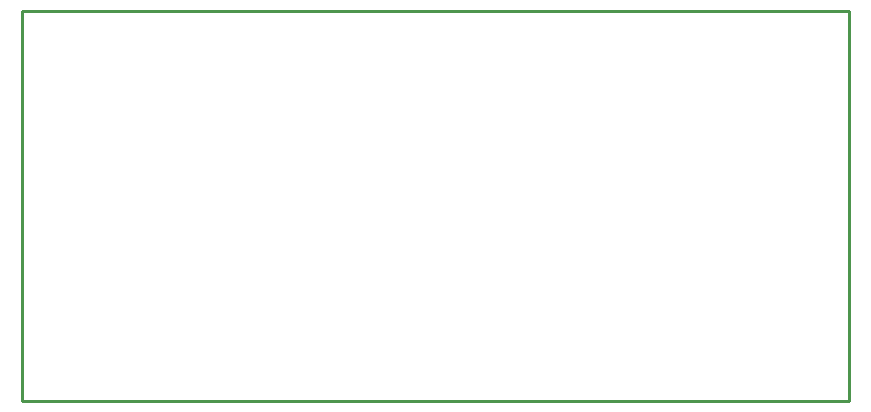
<source format=gm1>
G04 Layer_Color=16711935*
%FSAX44Y44*%
%MOMM*%
G71*
G01*
G75*
%ADD37C,0.2540*%
D37*
X00507750Y00751750D02*
X01207750D01*
Y01081750D01*
X00507750D01*
Y00751750D01*
M02*

</source>
